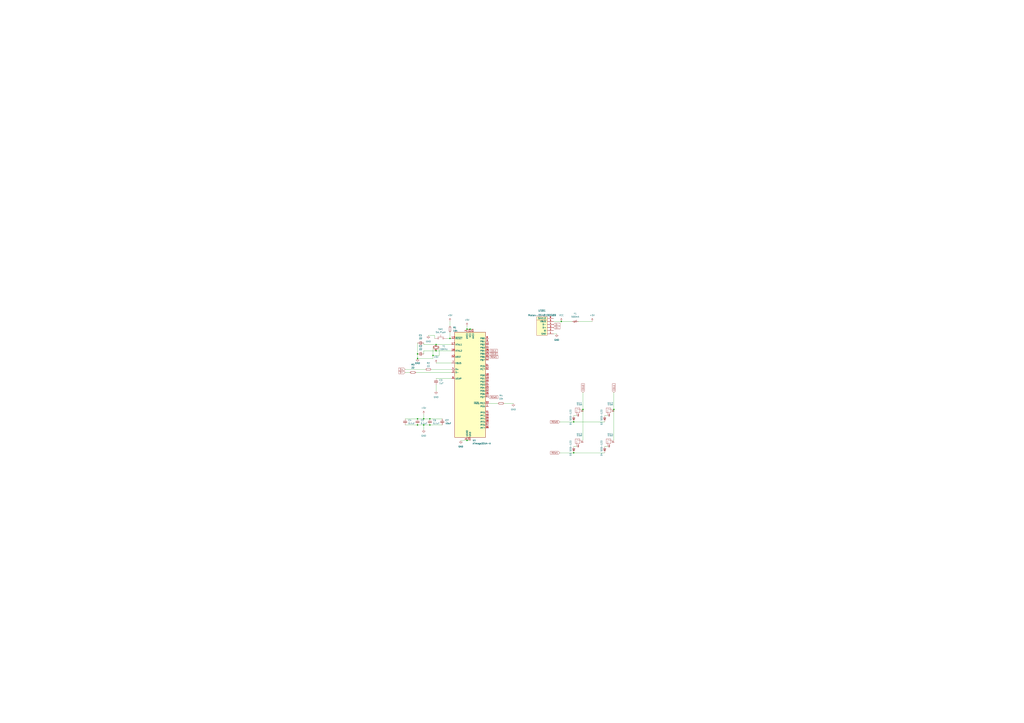
<source format=kicad_sch>
(kicad_sch (version 20211123) (generator eeschema)
  (paper "A1")
  (lib_symbols
    (symbol "Device:C_Small" (pin_numbers hide) (pin_names (offset 0.254) hide)
      (property "Reference" "C" (at 0.254 1.778 0))
      (property "Value" "C_Small" (at 0.254 -2.032 0))
      (symbol "C_Small_0_1"
        (polyline (pts (xy -1.524 -0.508) (xy 1.524 -0.508)) (stroke (width 0.3302)))
        (polyline (pts (xy -1.524 0.508) (xy 1.524 0.508)) (stroke (width 0.3048)))
      )
      (symbol "C_Small_1_1"
        (pin passive line (at 0 2.54 270) (length 2.032) (name "~") (number "1"))
        (pin passive line (at 0 -2.54 90) (length 2.032) (name "~") (number "2"))
      )
    )
    (symbol "Device:Crystal_GND24_Small" (pin_names (offset 1.016) hide)
      (property "Reference" "Y" (at 1.27 4.445 0))
      (property "Value" "Crystal_GND24_Small" (at 1.27 2.54 0))
      (symbol "Crystal_GND24_Small_0_1"
        (rectangle (start -0.762 -1.524) (end 0.762 1.524))
        (polyline (pts (xy -1.27 -0.762) (xy -1.27 0.762)) (stroke (width 0.381)))
        (polyline (pts (xy 1.27 -0.762) (xy 1.27 0.762)) (stroke (width 0.381)))
        (polyline (pts (xy -1.27 -1.27) (xy -1.27 -1.905) (xy 1.27 -1.905) (xy 1.27 -1.27)))
        (polyline (pts (xy -1.27 1.27) (xy -1.27 1.905) (xy 1.27 1.905) (xy 1.27 1.27)))
      )
      (symbol "Crystal_GND24_Small_1_1"
        (pin passive line (at -2.54 0 0) (length 1.27) (name "1") (number "1"))
        (pin passive line (at 0 -2.54 90) (length 0.635) (name "2") (number "2"))
        (pin passive line (at 2.54 0 180) (length 1.27) (name "3") (number "3"))
        (pin passive line (at 0 2.54 270) (length 0.635) (name "4") (number "4"))
      )
    )
    (symbol "Device:D_Small" (pin_numbers hide) (pin_names (offset 0.254) hide)
      (property "Reference" "D" (at -1.27 2.032 0))
      (property "Value" "D_Small" (at -3.81 -2.032 0))
      (symbol "D_Small_0_1"
        (polyline (pts (xy -0.762 -1.016) (xy -0.762 1.016)) (stroke (width 0.254)))
        (polyline (pts (xy -0.762 0) (xy 0.762 0)))
        (polyline (pts (xy 0.762 -1.016) (xy -0.762 0) (xy 0.762 1.016) (xy 0.762 -1.016)) (stroke (width 0.254)))
      )
      (symbol "D_Small_1_1"
        (pin passive line (at -2.54 0 0) (length 1.778) (name "K") (number "1"))
        (pin passive line (at 2.54 0 180) (length 1.778) (name "A") (number "2"))
      )
    )
    (symbol "Device:Polyfuse_Small" (pin_numbers hide) (pin_names (offset 0))
      (property "Reference" "F" (at -1.905 0 90))
      (property "Value" "Polyfuse_Small" (at 1.905 0 90))
      (symbol "Polyfuse_Small_0_1"
        (rectangle (start -0.508 1.27) (end 0.508 -1.27))
        (polyline (pts (xy 0 2.54) (xy 0 -2.54)))
        (polyline (pts (xy -1.016 1.27) (xy -1.016 0.762) (xy 1.016 -0.762) (xy 1.016 -1.27)))
      )
      (symbol "Polyfuse_Small_1_1"
        (pin passive line (at 0 2.54 270) (length 0.635) (name "~") (number "1"))
        (pin passive line (at 0 -2.54 90) (length 0.635) (name "~") (number "2"))
      )
    )
    (symbol "Device:R_Small" (pin_numbers hide) (pin_names (offset 0.254) hide)
      (property "Reference" "R" (at 0.762 0.508 0))
      (property "Value" "R_Small" (at 0.762 -1.016 0))
      (symbol "R_Small_0_1"
        (rectangle (start -0.762 1.778) (end 0.762 -1.778) (stroke (width 0.2032)))
      )
      (symbol "R_Small_1_1"
        (pin passive line (at 0 2.54 270) (length 0.762) (name "~") (number "1"))
        (pin passive line (at 0 -2.54 90) (length 0.762) (name "~") (number "2"))
      )
    )
    (symbol "MCU_Microchip_ATmega:ATmega32U4-A"
      (property "Reference" "U" (at -12.7 44.45 0))
      (property "Value" "ATmega32U4-A" (at 2.54 -44.45 0))
      (symbol "ATmega32U4-A_0_1"
        (rectangle (start -12.7 -43.18) (end 12.7 43.18) (stroke (width 0.254)) (fill (type background)))
      )
      (symbol "ATmega32U4-A_1_1"
        (pin bidirectional line (at 15.24 -17.78 180) (length 2.54) (name "PE6") (number "1"))
        (pin bidirectional line (at 15.24 33.02 180) (length 2.54) (name "PB2") (number "10"))
        (pin bidirectional line (at 15.24 30.48 180) (length 2.54) (name "PB3") (number "11"))
        (pin bidirectional line (at 15.24 20.32 180) (length 2.54) (name "PB7") (number "12"))
        (pin input line (at -15.24 38.1 0) (length 2.54) (name "~{RESET}") (number "13"))
        (pin power_in line (at 0 45.72 270) (length 2.54) (name "VCC") (number "14"))
        (pin power_in line (at 0 -45.72 90) (length 2.54) (name "GND") (number "15"))
        (pin output line (at -15.24 27.94 0) (length 2.54) (name "XTAL2") (number "16"))
        (pin input line (at -15.24 33.02 0) (length 2.54) (name "XTAL1") (number "17"))
        (pin bidirectional line (at 15.24 7.62 180) (length 2.54) (name "PD0") (number "18"))
        (pin bidirectional line (at 15.24 5.08 180) (length 2.54) (name "PD1") (number "19"))
        (pin power_in line (at -2.54 45.72 270) (length 2.54) (name "UVCC") (number "2"))
        (pin bidirectional line (at 15.24 2.54 180) (length 2.54) (name "PD2") (number "20"))
        (pin bidirectional line (at 15.24 0 180) (length 2.54) (name "PD3") (number "21"))
        (pin bidirectional line (at 15.24 -5.08 180) (length 2.54) (name "PD5") (number "22"))
        (pin passive line (at 0 -45.72 90) (length 2.54) hide (name "GND") (number "23"))
        (pin power_in line (at 2.54 45.72 270) (length 2.54) (name "AVCC") (number "24"))
        (pin bidirectional line (at 15.24 -2.54 180) (length 2.54) (name "PD4") (number "25"))
        (pin bidirectional line (at 15.24 -7.62 180) (length 2.54) (name "PD6") (number "26"))
        (pin bidirectional line (at 15.24 -10.16 180) (length 2.54) (name "PD7") (number "27"))
        (pin bidirectional line (at 15.24 27.94 180) (length 2.54) (name "PB4") (number "28"))
        (pin bidirectional line (at 15.24 25.4 180) (length 2.54) (name "PB5") (number "29"))
        (pin bidirectional line (at -15.24 10.16 0) (length 2.54) (name "D-") (number "3"))
        (pin bidirectional line (at 15.24 22.86 180) (length 2.54) (name "PB6") (number "30"))
        (pin bidirectional line (at 15.24 15.24 180) (length 2.54) (name "PC6") (number "31"))
        (pin bidirectional line (at 15.24 12.7 180) (length 2.54) (name "PC7") (number "32"))
        (pin bidirectional line (at 15.24 -15.24 180) (length 2.54) (name "~{HWB}/PE2") (number "33"))
        (pin passive line (at 0 45.72 270) (length 2.54) hide (name "VCC") (number "34"))
        (pin passive line (at 0 -45.72 90) (length 2.54) hide (name "GND") (number "35"))
        (pin bidirectional line (at 15.24 -35.56 180) (length 2.54) (name "PF7") (number "36"))
        (pin bidirectional line (at 15.24 -33.02 180) (length 2.54) (name "PF6") (number "37"))
        (pin bidirectional line (at 15.24 -30.48 180) (length 2.54) (name "PF5") (number "38"))
        (pin bidirectional line (at 15.24 -27.94 180) (length 2.54) (name "PF4") (number "39"))
        (pin bidirectional line (at -15.24 12.7 0) (length 2.54) (name "D+") (number "4"))
        (pin bidirectional line (at 15.24 -25.4 180) (length 2.54) (name "PF1") (number "40"))
        (pin bidirectional line (at 15.24 -22.86 180) (length 2.54) (name "PF0") (number "41"))
        (pin passive line (at -15.24 22.86 0) (length 2.54) (name "AREF") (number "42"))
        (pin passive line (at 0 -45.72 90) (length 2.54) hide (name "GND") (number "43"))
        (pin passive line (at 2.54 45.72 270) (length 2.54) hide (name "AVCC") (number "44"))
        (pin passive line (at -2.54 -45.72 90) (length 2.54) (name "UGND") (number "5"))
        (pin passive line (at -15.24 5.08 0) (length 2.54) (name "UCAP") (number "6"))
        (pin input line (at -15.24 17.78 0) (length 2.54) (name "VBUS") (number "7"))
        (pin bidirectional line (at 15.24 38.1 180) (length 2.54) (name "PB0") (number "8"))
        (pin bidirectional line (at 15.24 35.56 180) (length 2.54) (name "PB1") (number "9"))
      )
    )
    (symbol "MX_Alps_Hybrid:MX-NoLED" (pin_names (offset 1.016))
      (property "Reference" "MX" (at -0.635 3.81 0))
      (property "Value" "MX-NoLED" (at -0.635 1.27 0))
      (symbol "MX-NoLED_0_0"
        (rectangle (start -2.54 2.54) (end 1.27 -1.27))
        (polyline (pts (xy -1.27 -1.27) (xy -1.27 1.27)) (stroke (width 0.127)))
        (polyline (pts (xy 1.27 1.27) (xy 0 1.27) (xy -1.27 1.905)) (stroke (width 0.127)))
        (text "COL" (at 3.175 0 0) (effects (font (size 0.762 0.762))))
        (text "ROW" (at 0 -1.905 900) (effects (font (size 0.762 0.762)) (justify right)))
      )
      (symbol "MX-NoLED_1_1"
        (pin passive line (at 3.81 1.27 180) (length 2.54) (name "COL") (number "1"))
        (pin passive line (at -1.27 -3.81 90) (length 2.54) (name "ROW") (number "2"))
      )
    )
    (symbol "Switch:SW_Push" (pin_numbers hide) (pin_names (offset 1.016) hide)
      (property "Reference" "SW" (at 1.27 2.54 0))
      (property "Value" "SW_Push" (at 0 -1.524 0))
      (symbol "SW_Push_0_1"
        (circle (center -2.032 0) (radius 0.508))
        (polyline (pts (xy 0 1.27) (xy 0 3.048)))
        (polyline (pts (xy 2.54 1.27) (xy -2.54 1.27)))
        (circle (center 2.032 0) (radius 0.508))
        (pin passive line (at -5.08 0 0) (length 2.54) (name "1") (number "1"))
        (pin passive line (at 5.08 0 180) (length 2.54) (name "2") (number "2"))
      )
    )
    (symbol "power:+5V" (power) (pin_names (offset 0))
      (property "Value" "+5V" (at 0 3.556 0))
      (symbol "+5V_0_1"
        (polyline (pts (xy -0.762 1.27) (xy 0 2.54)))
        (polyline (pts (xy 0 0) (xy 0 2.54)))
        (polyline (pts (xy 0 2.54) (xy 0.762 1.27)))
      )
      (symbol "+5V_1_1"
        (pin power_in line (at 0 0 90) (length 0) hide (name "+5V") (number "1"))
      )
    )
    (symbol "power:GND" (power) (pin_names (offset 0))
      (property "Value" "GND" (at 0 -3.81 0))
      (symbol "GND_0_1"
        (polyline (pts (xy 0 0) (xy 0 -1.27) (xy 1.27 -1.27) (xy 0 -2.54) (xy -1.27 -1.27) (xy 0 -1.27)))
      )
      (symbol "GND_1_1"
        (pin power_in line (at 0 0 270) (length 0) hide (name "GND") (number "1"))
      )
    )
    (symbol "power:VCC" (power) (pin_names (offset 0))
      (property "Value" "VCC" (at 0 3.81 0))
      (symbol "VCC_0_1"
        (polyline (pts (xy -0.762 1.27) (xy 0 2.54)))
        (polyline (pts (xy 0 0) (xy 0 2.54)))
        (polyline (pts (xy 0 2.54) (xy 0.762 1.27)))
      )
      (symbol "VCC_1_1"
        (pin power_in line (at 0 0 90) (length 0) hide (name "VCC") (number "1"))
      )
    )
    (symbol "random-keyboard-parts:Molex-0548190589" (pin_names (offset 1.016))
      (property "Reference" "USB" (at 0 7.62 0))
      (property "Value" "Molex-0548190589" (at 0 10.16 0))
      (symbol "Molex-0548190589_0_0"
        (polyline (pts (xy 6.35 -2.54) (xy 6.35 6.35)))
        (rectangle (start 8.89 -2.54) (end -6.35 6.35) (fill (type background)))
      )
      (symbol "Molex-0548190589_1_1"
        (pin input line (at -5.08 -7.62 90) (length 5.08) (name "GND") (number "1"))
        (pin input line (at -2.54 -7.62 90) (length 5.08) (name "ID") (number "2"))
        (pin input line (at 0 -7.62 90) (length 5.08) (name "D+") (number "3"))
        (pin input line (at 2.54 -7.62 90) (length 5.08) (name "D-") (number "4"))
        (pin input line (at 5.08 -7.62 90) (length 5.08) (name "VBUS") (number "5"))
        (pin input line (at 7.62 -7.62 90) (length 5.08) (name "SHIELD") (number "6"))
      )
    )
  )
  (junction (at 342.9 349.25))
  (junction (at 342.9 294.64))
  (junction (at 347.98 344.17))
  (junction (at 471.17 372.11))
  (junction (at 383.54 361.95))
  (junction (at 383.54 270.51))
  (junction (at 347.98 349.25))
  (junction (at 369.57 278.13))
  (junction (at 358.14 283.21))
  (junction (at 342.9 344.17))
  (junction (at 353.06 349.25))
  (junction (at 478.79 336.55))
  (junction (at 342.9 290.83))
  (junction (at 386.08 270.51))
  (junction (at 504.19 336.55))
  (junction (at 353.06 344.17))
  (junction (at 355.6 292.1))
  (junction (at 461.01 264.16))
  (junction (at 471.17 346.71))
  (junction (at 358.14 288.29))
  (wire (pts (xy 369.57 264.16) (xy 369.57 267.97)))
  (wire (pts (xy 353.06 344.17) (xy 363.22 344.17)))
  (wire (pts (xy 383.54 270.51) (xy 386.08 270.51)))
  (wire (pts (xy 347.98 349.25) (xy 347.98 353.06)))
  (wire (pts (xy 454.66 274.32) (xy 457.2 274.32)))
  (wire (pts (xy 342.9 344.17) (xy 347.98 344.17)))
  (wire (pts (xy 358.14 311.15) (xy 370.84 311.15)))
  (wire (pts (xy 341.63 306.07) (xy 370.84 306.07)))
  (wire (pts (xy 332.74 344.17) (xy 342.9 344.17)))
  (wire (pts (xy 496.57 367.03) (xy 499.11 367.03)))
  (wire (pts (xy 471.17 346.71) (xy 496.57 346.71)))
  (wire (pts (xy 347.98 283.21) (xy 347.98 281.94)))
  (wire (pts (xy 342.9 294.64) (xy 355.6 294.64)))
  (wire (pts (xy 355.6 292.1) (xy 360.68 292.1)))
  (wire (pts (xy 347.98 349.25) (xy 353.06 349.25)))
  (wire (pts (xy 347.98 288.29) (xy 358.14 288.29)))
  (wire (pts (xy 369.57 273.05) (xy 369.57 278.13)))
  (wire (pts (xy 471.17 341.63) (xy 473.71 341.63)))
  (wire (pts (xy 383.54 267.97) (xy 383.54 270.51)))
  (wire (pts (xy 369.57 278.13) (xy 370.84 278.13)))
  (wire (pts (xy 347.98 344.17) (xy 353.06 344.17)))
  (wire (pts (xy 332.74 303.53) (xy 349.25 303.53)))
  (wire (pts (xy 358.14 288.29) (xy 370.84 288.29)))
  (wire (pts (xy 356.87 278.13) (xy 356.87 275.59)))
  (wire (pts (xy 414.02 331.47) (xy 421.64 331.47)))
  (wire (pts (xy 342.9 349.25) (xy 347.98 349.25)))
  (wire (pts (xy 454.66 264.16) (xy 461.01 264.16)))
  (wire (pts (xy 459.74 346.71) (xy 471.17 346.71)))
  (wire (pts (xy 342.9 281.94) (xy 342.9 290.83)))
  (wire (pts (xy 367.03 278.13) (xy 369.57 278.13)))
  (wire (pts (xy 478.79 336.55) (xy 478.79 361.95)))
  (wire (pts (xy 332.74 349.25) (xy 342.9 349.25)))
  (wire (pts (xy 478.79 322.58) (xy 478.79 336.55)))
  (wire (pts (xy 356.87 275.59) (xy 351.79 275.59)))
  (wire (pts (xy 332.74 306.07) (xy 336.55 306.07)))
  (wire (pts (xy 401.32 331.47) (xy 408.94 331.47)))
  (wire (pts (xy 355.6 292.1) (xy 355.6 294.64)))
  (wire (pts (xy 355.6 285.75) (xy 355.6 292.1)))
  (wire (pts (xy 383.54 361.95) (xy 378.46 361.95)))
  (wire (pts (xy 471.17 367.03) (xy 473.71 367.03)))
  (wire (pts (xy 347.98 290.83) (xy 347.98 288.29)))
  (wire (pts (xy 358.14 298.45) (xy 370.84 298.45)))
  (wire (pts (xy 354.33 303.53) (xy 370.84 303.53)))
  (wire (pts (xy 471.17 372.11) (xy 496.57 372.11)))
  (wire (pts (xy 358.14 283.21) (xy 370.84 283.21)))
  (wire (pts (xy 342.9 290.83) (xy 342.9 294.64)))
  (wire (pts (xy 504.19 336.55) (xy 504.19 361.95)))
  (wire (pts (xy 459.74 372.11) (xy 471.17 372.11)))
  (wire (pts (xy 474.98 264.16) (xy 486.41 264.16)))
  (wire (pts (xy 358.14 316.23) (xy 358.14 321.31)))
  (wire (pts (xy 386.08 270.51) (xy 388.62 270.51)))
  (wire (pts (xy 347.98 340.36) (xy 347.98 344.17)))
  (wire (pts (xy 383.54 361.95) (xy 386.08 361.95)))
  (wire (pts (xy 358.14 283.21) (xy 347.98 283.21)))
  (wire (pts (xy 461.01 264.16) (xy 469.9 264.16)))
  (wire (pts (xy 353.06 349.25) (xy 363.22 349.25)))
  (wire (pts (xy 360.68 285.75) (xy 360.68 292.1)))
  (wire (pts (xy 504.19 322.58) (xy 504.19 336.55)))
  (wire (pts (xy 496.57 341.63) (xy 499.11 341.63)))
  (global_label "D-" (shape input) (at 332.74 306.07 180) (property "Intersheet References" "${INTERSHEET_REFS}" (effects hide)))
  (global_label "D-" (shape input) (at 454.66 266.7 0) (property "Intersheet References" "${INTERSHEET_REFS}" (effects hide)))
  (global_label "D+" (shape input) (at 454.66 269.24 0) (property "Intersheet References" "${INTERSHEET_REFS}" (effects hide)))
  (global_label "ROW1" (shape input) (at 401.32 293.37 0) (property "Intersheet References" "${INTERSHEET_REFS}" (effects hide)))
  (global_label "COL1" (shape input) (at 401.32 288.29 0) (property "Intersheet References" "${INTERSHEET_REFS}" (effects hide)))
  (global_label "COL1" (shape input) (at 504.19 322.58 90) (property "Intersheet References" "${INTERSHEET_REFS}" (effects hide)))
  (global_label "D+" (shape input) (at 332.74 303.53 180) (property "Intersheet References" "${INTERSHEET_REFS}" (effects hide)))
  (global_label "COL0" (shape input) (at 401.32 290.83 0) (property "Intersheet References" "${INTERSHEET_REFS}" (effects hide)))
  (global_label "ROW1" (shape input) (at 459.74 372.11 180) (property "Intersheet References" "${INTERSHEET_REFS}" (effects hide)))
  (global_label "ROW0" (shape input) (at 459.74 346.71 180) (property "Intersheet References" "${INTERSHEET_REFS}" (effects hide)))
  (global_label "COL0" (shape input) (at 478.79 322.58 90) (property "Intersheet References" "${INTERSHEET_REFS}" (effects hide)))
  (global_label "ROW0" (shape input) (at 401.32 326.39 0) (property "Intersheet References" "${INTERSHEET_REFS}" (effects hide)))
  (symbol (lib_id "Device:C_Small") (at 345.44 290.83 90) (unit 1)
    (property "Reference" "C2" (at 345.4463 284.48 90))
    (property "Value" "22" (at 345.4463 287.02 90))
    (property "Footprint" "Capacitor_SMD:C_0805_2012Metric" (effects hide))
  )
  (symbol (lib_id "power:+5V") (at 369.57 264.16 0) (unit 1)
    (property "Reference" "#PWR0108" (effects hide))
    (property "Value" "+5V" (at 369.57 259.08 0))
  )
  (symbol (lib_id "MX_Alps_Hybrid:MX-NoLED") (at 500.38 363.22 0) (unit 1)
    (property "Reference" "MX4" (at 501.2656 356.87 0) (effects (font (size 1.524 1.524))))
    (property "Value" "MX-NoLED" (at 501.2656 358.14 0) (effects (font (size 0.508 0.508))))
    (property "Footprint" "MX_Alps_Hybrid:MX-1U-NoLED" (effects hide))
  )
  (symbol (lib_id "Device:R_Small") (at 339.09 306.07 90) (unit 1)
    (property "Reference" "R3" (at 339.09 299.72 90))
    (property "Value" "22" (at 339.09 302.26 90))
    (property "Footprint" "Resistor_SMD:R_0805_2012Metric" (effects hide))
  )
  (symbol (lib_id "Switch:SW_Push") (at 361.95 278.13 0) (unit 1)
    (property "Reference" "SW1" (at 361.95 270.51 0))
    (property "Value" "SW_Push" (at 361.95 273.05 0))
    (property "Footprint" "random-keyboard-parts:SKQG-1155865" (effects hide))
  )
  (symbol (lib_id "power:+5V") (at 358.14 298.45 0) (unit 1)
    (property "Reference" "#PWR0101" (effects hide))
    (property "Value" "+5V" (at 358.14 293.37 0))
  )
  (symbol (lib_id "Device:R_Small") (at 411.48 331.47 90) (unit 1)
    (property "Reference" "R4" (at 411.48 325.12 90))
    (property "Value" "10k" (at 411.48 327.66 90))
    (property "Footprint" "Resistor_SMD:R_0805_2012Metric" (effects hide))
  )
  (symbol (lib_id "power:GND") (at 347.98 353.06 0) (unit 1)
    (property "Reference" "#PWR0106" (effects hide))
    (property "Value" "GND" (at 347.98 358.14 0))
  )
  (symbol (lib_id "Device:Polyfuse_Small") (at 472.44 264.16 90) (unit 1)
    (property "Reference" "F1" (at 472.44 257.81 90))
    (property "Value" "500mA" (at 472.44 260.35 90))
    (property "Footprint" "Fuse:Fuse_1206_3216Metric" (effects hide))
  )
  (symbol (lib_id "Device:Crystal_GND24_Small") (at 358.14 285.75 270) (unit 1)
    (property "Reference" "Y1" (at 364.49 284.48 90))
    (property "Value" "16MHz" (at 364.49 287.02 90))
    (property "Footprint" "Crystal:Crystal_SMD_3225-4Pin_3.2x2.5mm" (effects hide))
  )
  (symbol (lib_id "power:GND") (at 342.9 294.64 0) (unit 1)
    (property "Reference" "#PWR0105" (effects hide))
    (property "Value" "GND" (at 342.9 298.45 0))
  )
  (symbol (lib_id "MX_Alps_Hybrid:MX-NoLED") (at 474.98 363.22 0) (unit 1)
    (property "Reference" "MX3" (at 475.8656 356.87 0) (effects (font (size 1.524 1.524))))
    (property "Value" "MX-NoLED" (at 475.8656 358.14 0) (effects (font (size 0.508 0.508))))
    (property "Footprint" "MX_Alps_Hybrid:MX-1U-NoLED" (effects hide))
  )
  (symbol (lib_id "Device:D_Small") (at 471.17 369.57 90) (unit 1)
    (property "Reference" "D3" (at 468.63 372.11 0) (effects (justify right)))
    (property "Value" "SOD-123" (at 468.63 361.95 0) (effects (justify right)))
    (property "Footprint" "Diode_SMD:D_SOD-123" (effects hide))
  )
  (symbol (lib_id "MCU_Microchip_ATmega:ATmega32U4-A") (at 386.08 316.23 0) (unit 1)
    (property "Reference" "U1" (at 388.0994 361.95 0) (effects (justify left)))
    (property "Value" "ATmega32U4-A" (at 388.0994 364.49 0) (effects (justify left)))
    (property "Footprint" "Package_QFP:TQFP-44_10x10mm_P0.8mm" (effects hide))
    (property "Datasheet" "http://ww1.microchip.com/downloads/en/DeviceDoc/Atmel-7766-8-bit-AVR-ATmega16U4-32U4_Datasheet.pdf" (effects hide))
  )
  (symbol (lib_id "Device:R_Small") (at 369.57 270.51 0) (unit 1)
    (property "Reference" "R1" (at 372.11 269.2399 0) (effects (justify left)))
    (property "Value" "10k" (at 372.11 271.7799 0) (effects (justify left)))
    (property "Footprint" "Resistor_SMD:R_0805_2012Metric" (effects hide))
  )
  (symbol (lib_id "MX_Alps_Hybrid:MX-NoLED") (at 500.38 337.82 0) (unit 1)
    (property "Reference" "MX2" (at 501.2656 331.47 0) (effects (font (size 1.524 1.524))))
    (property "Value" "MX-NoLED" (at 501.2656 332.74 0) (effects (font (size 0.508 0.508))))
    (property "Footprint" "MX_Alps_Hybrid:MX-1U-NoLED" (effects hide))
  )
  (symbol (lib_id "power:GND") (at 351.79 275.59 0) (unit 1)
    (property "Reference" "#PWR0102" (effects hide))
    (property "Value" "GND" (at 351.79 280.67 0))
  )
  (symbol (lib_id "Device:C_Small") (at 332.74 346.71 0) (unit 1)
    (property "Reference" "C4" (at 335.28 345.4462 0) (effects (justify left)))
    (property "Value" "0.1uF" (at 335.28 347.9862 0) (effects (justify left)))
    (property "Footprint" "Capacitor_SMD:C_0805_2012Metric" (effects hide))
  )
  (symbol (lib_id "power:+5V") (at 486.41 264.16 0) (unit 1)
    (property "Reference" "#PWR0112" (effects hide))
    (property "Value" "+5V" (at 486.41 259.08 0))
  )
  (symbol (lib_id "Device:C_Small") (at 353.06 346.71 0) (unit 1)
    (property "Reference" "C6" (at 355.6 345.4462 0) (effects (justify left)))
    (property "Value" "0.1uF" (at 355.6 347.9862 0) (effects (justify left)))
    (property "Footprint" "Capacitor_SMD:C_0805_2012Metric" (effects hide))
  )
  (symbol (lib_id "Device:C_Small") (at 342.9 346.71 0) (unit 1)
    (property "Reference" "C5" (at 345.44 345.4462 0) (effects (justify left)))
    (property "Value" "0.1uF" (at 345.44 347.9862 0) (effects (justify left)))
    (property "Footprint" "Capacitor_SMD:C_0805_2012Metric" (effects hide))
  )
  (symbol (lib_id "power:GND") (at 457.2 274.32 0) (unit 1)
    (property "Reference" "#PWR0113" (effects hide))
    (property "Value" "GND" (at 457.2 279.4 0))
  )
  (symbol (lib_id "Device:R_Small") (at 351.79 303.53 270) (unit 1)
    (property "Reference" "R2" (at 351.79 298.45 90))
    (property "Value" "22" (at 351.79 300.99 90))
    (property "Footprint" "Resistor_SMD:R_0805_2012Metric" (effects hide))
  )
  (symbol (lib_id "Device:C_Small") (at 345.44 281.94 90) (unit 1)
    (property "Reference" "C1" (at 345.4463 275.59 90))
    (property "Value" "22" (at 345.4463 278.13 90))
    (property "Footprint" "Capacitor_SMD:C_0805_2012Metric" (effects hide))
  )
  (symbol (lib_id "Device:C_Small") (at 358.14 313.69 0) (unit 1)
    (property "Reference" "C3" (at 360.68 312.4262 0) (effects (justify left)))
    (property "Value" "1uF" (at 360.68 314.9662 0) (effects (justify left)))
    (property "Footprint" "Capacitor_SMD:C_0805_2012Metric" (effects hide))
  )
  (symbol (lib_id "power:GND") (at 378.46 361.95 0) (unit 1)
    (property "Reference" "#PWR0110" (effects hide))
    (property "Value" "GND" (at 378.46 367.03 0))
  )
  (symbol (lib_id "Device:D_Small") (at 496.57 369.57 90) (unit 1)
    (property "Reference" "D4" (at 494.03 372.11 0) (effects (justify right)))
    (property "Value" "SOD-123" (at 494.03 361.95 0) (effects (justify right)))
    (property "Footprint" "Diode_SMD:D_SOD-123" (effects hide))
  )
  (symbol (lib_id "random-keyboard-parts:Molex-0548190589") (at 447.04 269.24 90) (unit 1)
    (property "Reference" "USB1" (at 445.135 255.27 90) (effects (font (size 1.524 1.524))))
    (property "Value" "Molex-0548190589" (at 445.135 259.08 90) (effects (font (size 1.524 1.524))))
    (property "Footprint" "random-keyboard-parts:Molex-0548190589" (effects hide))
  )
  (symbol (lib_id "Device:C_Small") (at 363.22 346.71 0) (unit 1)
    (property "Reference" "C7" (at 365.76 345.4462 0) (effects (justify left)))
    (property "Value" "10uF" (at 365.76 347.9862 0) (effects (justify left)))
    (property "Footprint" "Capacitor_SMD:C_0805_2012Metric" (effects hide))
  )
  (symbol (lib_id "Device:D_Small") (at 471.17 344.17 90) (unit 1)
    (property "Reference" "D1" (at 468.63 346.71 0) (effects (justify right)))
    (property "Value" "SOD-123" (at 468.63 336.55 0) (effects (justify right)))
    (property "Footprint" "Diode_SMD:D_SOD-123" (effects hide))
  )
  (symbol (lib_id "MX_Alps_Hybrid:MX-NoLED") (at 474.98 337.82 0) (unit 1)
    (property "Reference" "MX1" (at 475.8656 331.47 0) (effects (font (size 1.524 1.524))))
    (property "Value" "MX-NoLED" (at 475.8656 332.74 0) (effects (font (size 0.508 0.508))))
    (property "Footprint" "MX_Alps_Hybrid:MX-1U-NoLED" (effects hide))
  )
  (symbol (lib_id "power:+5V") (at 347.98 340.36 0) (unit 1)
    (property "Reference" "#PWR0103" (effects hide))
    (property "Value" "+5V" (at 347.98 335.28 0))
  )
  (symbol (lib_id "power:GND") (at 358.14 321.31 0) (unit 1)
    (property "Reference" "#PWR0104" (effects hide))
    (property "Value" "GND" (at 358.14 326.39 0))
  )
  (symbol (lib_id "Device:D_Small") (at 496.57 344.17 90) (unit 1)
    (property "Reference" "D2" (at 494.03 346.71 0) (effects (justify right)))
    (property "Value" "SOD-123" (at 494.03 336.55 0) (effects (justify right)))
    (property "Footprint" "Diode_SMD:D_SOD-123" (effects hide))
  )
  (symbol (lib_id "power:+5V") (at 383.54 267.97 0) (unit 1)
    (property "Reference" "#PWR0107" (effects hide))
    (property "Value" "+5V" (at 383.54 262.89 0))
  )
  (symbol (lib_id "power:GND") (at 421.64 331.47 0) (unit 1)
    (property "Reference" "#PWR0109" (effects hide))
    (property "Value" "GND" (at 421.64 336.55 0))
  )
  (symbol (lib_id "power:VCC") (at 461.01 264.16 0) (unit 1)
    (property "Reference" "#PWR0111" (effects hide))
    (property "Value" "VCC" (at 461.01 259.08 0))
  )
)
</source>
